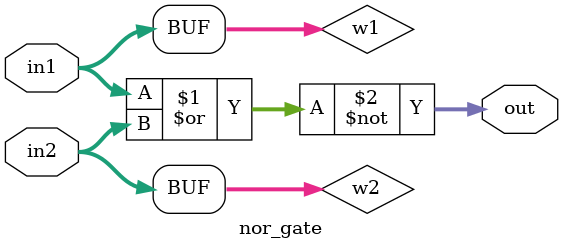
<source format=v>
module nor_gate(in1 ,in2 ,out);
  input [31:0] in1,in2;
  
  wire [31:0] w1,w2;
  
  output [31:0]out;
  
  assign w1 = in1;
  assign w2 = in2;
  
  assign out = ~(w1|w2);
  
endmodule


</source>
